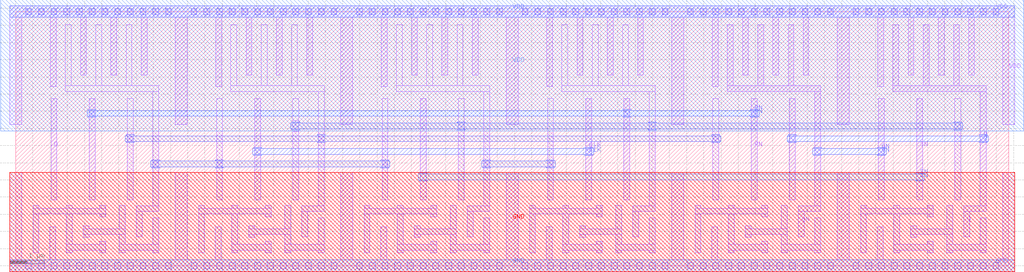
<source format=lef>
VERSION 5.7 ;
  NOWIREEXTENSIONATPIN ON ;
  DIVIDERCHAR "/" ;
  BUSBITCHARS "[]" ;
MACRO DFFSNRNX1
  CLASS CORE ;
  FOREIGN DFFSNRNX1 ;
  ORIGIN 0.000 0.000 ;
  SIZE 28.860 BY 7.400 ;
  SYMMETRY X Y R90 ;
  SITE unitrh ;
  PIN Q
    DIRECTION OUTPUT ;
    USE SIGNAL ;
    ANTENNAGATEAREA 1.027250 ;
    ANTENNADIFFAREA 1.931900 ;
    PORT
      LAYER li1 ;
        RECT 25.495 5.240 25.665 7.020 ;
        RECT 26.375 5.240 26.545 7.020 ;
        RECT 27.255 5.240 27.425 7.020 ;
        RECT 25.495 5.070 28.205 5.240 ;
        RECT 22.485 1.915 22.655 4.865 ;
        RECT 28.035 1.750 28.205 5.070 ;
        RECT 27.550 1.580 28.205 1.750 ;
        RECT 27.550 0.845 27.720 1.580 ;
      LAYER mcon ;
        RECT 22.485 3.615 22.655 3.785 ;
        RECT 28.035 3.615 28.205 3.785 ;
      LAYER met1 ;
        RECT 22.455 3.785 22.685 3.815 ;
        RECT 28.005 3.785 28.235 3.815 ;
        RECT 22.425 3.615 28.265 3.785 ;
        RECT 22.455 3.585 22.685 3.615 ;
        RECT 28.005 3.585 28.235 3.615 ;
    END
  END Q
  PIN QN
    DIRECTION OUTPUT ;
    USE SIGNAL ;
    ANTENNAGATEAREA 1.033250 ;
    ANTENNADIFFAREA 1.931900 ;
    PORT
      LAYER li1 ;
        RECT 20.685 5.240 20.855 7.020 ;
        RECT 21.565 5.240 21.735 7.020 ;
        RECT 22.445 5.240 22.615 7.020 ;
        RECT 20.685 5.070 23.395 5.240 ;
        RECT 23.225 1.750 23.395 5.070 ;
        RECT 25.075 1.915 25.245 4.865 ;
        RECT 22.740 1.580 23.395 1.750 ;
        RECT 22.740 0.845 22.910 1.580 ;
      LAYER mcon ;
        RECT 23.225 3.245 23.395 3.415 ;
        RECT 25.075 3.245 25.245 3.415 ;
      LAYER met1 ;
        RECT 23.195 3.415 23.425 3.445 ;
        RECT 25.045 3.415 25.275 3.445 ;
        RECT 23.165 3.245 25.305 3.415 ;
        RECT 23.195 3.215 23.425 3.245 ;
        RECT 25.045 3.215 25.275 3.245 ;
    END
  END QN
  PIN D
    DIRECTION INPUT ;
    USE SIGNAL ;
    ANTENNAGATEAREA 1.033250 ;
    PORT
      LAYER li1 ;
        RECT 1.025 1.915 1.195 4.865 ;
    END
  END D
  PIN CLK
    DIRECTION INPUT ;
    USE SIGNAL ;
    ANTENNAGATEAREA 2.029700 ;
    PORT
      LAYER li1 ;
        RECT 6.945 1.915 7.115 4.865 ;
        RECT 16.565 1.915 16.735 4.865 ;
      LAYER mcon ;
        RECT 6.945 3.245 7.115 3.415 ;
        RECT 16.565 3.245 16.735 3.415 ;
      LAYER met1 ;
        RECT 6.915 3.415 7.145 3.445 ;
        RECT 16.535 3.415 16.765 3.445 ;
        RECT 6.885 3.245 16.795 3.415 ;
        RECT 6.915 3.215 7.145 3.245 ;
        RECT 16.535 3.215 16.765 3.245 ;
    END
  END CLK
  PIN SN
    DIRECTION INPUT ;
    USE SIGNAL ;
    ANTENNAGATEAREA 2.029700 ;
    PORT
      LAYER li1 ;
        RECT 11.755 1.915 11.925 4.865 ;
        RECT 26.185 1.915 26.355 4.865 ;
      LAYER mcon ;
        RECT 11.755 2.505 11.925 2.675 ;
        RECT 26.185 2.505 26.355 2.675 ;
      LAYER met1 ;
        RECT 11.725 2.675 11.955 2.705 ;
        RECT 26.155 2.675 26.385 2.705 ;
        RECT 11.695 2.505 26.415 2.675 ;
        RECT 11.725 2.475 11.955 2.505 ;
        RECT 26.155 2.475 26.385 2.505 ;
    END
  END SN
  PIN RN
    DIRECTION INPUT ;
    USE SIGNAL ;
    ANTENNAGATEAREA 3.056950 ;
    PORT
      LAYER li1 ;
        RECT 2.135 1.915 2.305 4.865 ;
        RECT 17.675 1.915 17.845 4.865 ;
        RECT 21.375 1.915 21.545 4.865 ;
      LAYER mcon ;
        RECT 2.135 4.355 2.305 4.525 ;
        RECT 17.675 4.355 17.845 4.525 ;
        RECT 21.375 4.355 21.545 4.525 ;
      LAYER met1 ;
        RECT 2.105 4.525 2.335 4.555 ;
        RECT 17.645 4.525 17.875 4.555 ;
        RECT 21.345 4.525 21.575 4.555 ;
        RECT 2.075 4.355 21.605 4.525 ;
        RECT 2.105 4.325 2.335 4.355 ;
        RECT 17.645 4.325 17.875 4.355 ;
        RECT 21.345 4.325 21.575 4.355 ;
    END
  END RN
  PIN VDD
    DIRECTION INOUT ;
    USE POWER ;
    SHAPE ABUTMENT ;
    PORT
      LAYER nwell ;
        RECT -0.435 3.930 29.295 7.750 ;
      LAYER li1 ;
        RECT -0.170 7.230 29.030 7.570 ;
        RECT -0.170 4.110 0.170 7.230 ;
        RECT 1.005 5.215 1.175 7.230 ;
        RECT 1.885 5.555 2.055 7.230 ;
        RECT 2.765 5.555 2.935 7.230 ;
        RECT 3.645 5.555 3.815 7.230 ;
        RECT 4.640 4.110 4.980 7.230 ;
        RECT 5.815 5.215 5.985 7.230 ;
        RECT 6.695 5.555 6.865 7.230 ;
        RECT 7.575 5.555 7.745 7.230 ;
        RECT 8.455 5.555 8.625 7.230 ;
        RECT 9.450 4.110 9.790 7.230 ;
        RECT 10.625 5.215 10.795 7.230 ;
        RECT 11.505 5.555 11.675 7.230 ;
        RECT 12.385 5.555 12.555 7.230 ;
        RECT 13.265 5.555 13.435 7.230 ;
        RECT 14.260 4.110 14.600 7.230 ;
        RECT 15.435 5.215 15.605 7.230 ;
        RECT 16.315 5.555 16.485 7.230 ;
        RECT 17.195 5.555 17.365 7.230 ;
        RECT 18.075 5.555 18.245 7.230 ;
        RECT 19.070 4.110 19.410 7.230 ;
        RECT 20.245 5.215 20.415 7.230 ;
        RECT 21.125 5.555 21.295 7.230 ;
        RECT 22.005 5.555 22.175 7.230 ;
        RECT 22.885 5.555 23.055 7.230 ;
        RECT 23.880 4.110 24.220 7.230 ;
        RECT 25.055 5.215 25.225 7.230 ;
        RECT 25.935 5.555 26.105 7.230 ;
        RECT 26.815 5.555 26.985 7.230 ;
        RECT 27.695 5.555 27.865 7.230 ;
        RECT 28.690 4.110 29.030 7.230 ;
      LAYER mcon ;
        RECT 0.285 7.315 0.455 7.485 ;
        RECT 0.655 7.315 0.825 7.485 ;
        RECT 1.025 7.315 1.195 7.485 ;
        RECT 1.395 7.315 1.565 7.485 ;
        RECT 1.765 7.315 1.935 7.485 ;
        RECT 2.135 7.315 2.305 7.485 ;
        RECT 2.505 7.315 2.675 7.485 ;
        RECT 2.875 7.315 3.045 7.485 ;
        RECT 3.245 7.315 3.415 7.485 ;
        RECT 3.615 7.315 3.785 7.485 ;
        RECT 3.985 7.315 4.155 7.485 ;
        RECT 4.355 7.315 4.525 7.485 ;
        RECT 5.095 7.315 5.265 7.485 ;
        RECT 5.465 7.315 5.635 7.485 ;
        RECT 5.835 7.315 6.005 7.485 ;
        RECT 6.205 7.315 6.375 7.485 ;
        RECT 6.575 7.315 6.745 7.485 ;
        RECT 6.945 7.315 7.115 7.485 ;
        RECT 7.315 7.315 7.485 7.485 ;
        RECT 7.685 7.315 7.855 7.485 ;
        RECT 8.055 7.315 8.225 7.485 ;
        RECT 8.425 7.315 8.595 7.485 ;
        RECT 8.795 7.315 8.965 7.485 ;
        RECT 9.165 7.315 9.335 7.485 ;
        RECT 9.905 7.315 10.075 7.485 ;
        RECT 10.275 7.315 10.445 7.485 ;
        RECT 10.645 7.315 10.815 7.485 ;
        RECT 11.015 7.315 11.185 7.485 ;
        RECT 11.385 7.315 11.555 7.485 ;
        RECT 11.755 7.315 11.925 7.485 ;
        RECT 12.125 7.315 12.295 7.485 ;
        RECT 12.495 7.315 12.665 7.485 ;
        RECT 12.865 7.315 13.035 7.485 ;
        RECT 13.235 7.315 13.405 7.485 ;
        RECT 13.605 7.315 13.775 7.485 ;
        RECT 13.975 7.315 14.145 7.485 ;
        RECT 14.715 7.315 14.885 7.485 ;
        RECT 15.085 7.315 15.255 7.485 ;
        RECT 15.455 7.315 15.625 7.485 ;
        RECT 15.825 7.315 15.995 7.485 ;
        RECT 16.195 7.315 16.365 7.485 ;
        RECT 16.565 7.315 16.735 7.485 ;
        RECT 16.935 7.315 17.105 7.485 ;
        RECT 17.305 7.315 17.475 7.485 ;
        RECT 17.675 7.315 17.845 7.485 ;
        RECT 18.045 7.315 18.215 7.485 ;
        RECT 18.415 7.315 18.585 7.485 ;
        RECT 18.785 7.315 18.955 7.485 ;
        RECT 19.525 7.315 19.695 7.485 ;
        RECT 19.895 7.315 20.065 7.485 ;
        RECT 20.265 7.315 20.435 7.485 ;
        RECT 20.635 7.315 20.805 7.485 ;
        RECT 21.005 7.315 21.175 7.485 ;
        RECT 21.375 7.315 21.545 7.485 ;
        RECT 21.745 7.315 21.915 7.485 ;
        RECT 22.115 7.315 22.285 7.485 ;
        RECT 22.485 7.315 22.655 7.485 ;
        RECT 22.855 7.315 23.025 7.485 ;
        RECT 23.225 7.315 23.395 7.485 ;
        RECT 23.595 7.315 23.765 7.485 ;
        RECT 24.335 7.315 24.505 7.485 ;
        RECT 24.705 7.315 24.875 7.485 ;
        RECT 25.075 7.315 25.245 7.485 ;
        RECT 25.445 7.315 25.615 7.485 ;
        RECT 25.815 7.315 25.985 7.485 ;
        RECT 26.185 7.315 26.355 7.485 ;
        RECT 26.555 7.315 26.725 7.485 ;
        RECT 26.925 7.315 27.095 7.485 ;
        RECT 27.295 7.315 27.465 7.485 ;
        RECT 27.665 7.315 27.835 7.485 ;
        RECT 28.035 7.315 28.205 7.485 ;
        RECT 28.405 7.315 28.575 7.485 ;
      LAYER met1 ;
        RECT -0.170 7.230 29.030 7.570 ;
    END
  END VDD
  PIN GND
    DIRECTION INOUT ;
    USE GROUND ;
    SHAPE ABUTMENT ;
    PORT
      LAYER pwell ;
        RECT -0.170 -0.170 29.030 2.720 ;
      LAYER li1 ;
        RECT -0.170 0.170 0.170 2.720 ;
        RECT 0.990 0.170 1.160 1.130 ;
        RECT 4.640 0.170 4.980 2.720 ;
        RECT 5.800 0.170 5.970 1.130 ;
        RECT 9.450 0.170 9.790 2.720 ;
        RECT 10.610 0.170 10.780 1.130 ;
        RECT 14.260 0.170 14.600 2.720 ;
        RECT 15.420 0.170 15.590 1.130 ;
        RECT 19.070 0.170 19.410 2.720 ;
        RECT 20.230 0.170 20.400 1.130 ;
        RECT 23.880 0.170 24.220 2.720 ;
        RECT 25.040 0.170 25.210 1.130 ;
        RECT 28.690 0.170 29.030 2.720 ;
        RECT -0.170 -0.170 29.030 0.170 ;
      LAYER mcon ;
        RECT 0.285 -0.085 0.455 0.085 ;
        RECT 0.655 -0.085 0.825 0.085 ;
        RECT 1.025 -0.085 1.195 0.085 ;
        RECT 1.395 -0.085 1.565 0.085 ;
        RECT 1.765 -0.085 1.935 0.085 ;
        RECT 2.135 -0.085 2.305 0.085 ;
        RECT 2.505 -0.085 2.675 0.085 ;
        RECT 2.875 -0.085 3.045 0.085 ;
        RECT 3.245 -0.085 3.415 0.085 ;
        RECT 3.615 -0.085 3.785 0.085 ;
        RECT 3.985 -0.085 4.155 0.085 ;
        RECT 4.355 -0.085 4.525 0.085 ;
        RECT 5.095 -0.085 5.265 0.085 ;
        RECT 5.465 -0.085 5.635 0.085 ;
        RECT 5.835 -0.085 6.005 0.085 ;
        RECT 6.205 -0.085 6.375 0.085 ;
        RECT 6.575 -0.085 6.745 0.085 ;
        RECT 6.945 -0.085 7.115 0.085 ;
        RECT 7.315 -0.085 7.485 0.085 ;
        RECT 7.685 -0.085 7.855 0.085 ;
        RECT 8.055 -0.085 8.225 0.085 ;
        RECT 8.425 -0.085 8.595 0.085 ;
        RECT 8.795 -0.085 8.965 0.085 ;
        RECT 9.165 -0.085 9.335 0.085 ;
        RECT 9.905 -0.085 10.075 0.085 ;
        RECT 10.275 -0.085 10.445 0.085 ;
        RECT 10.645 -0.085 10.815 0.085 ;
        RECT 11.015 -0.085 11.185 0.085 ;
        RECT 11.385 -0.085 11.555 0.085 ;
        RECT 11.755 -0.085 11.925 0.085 ;
        RECT 12.125 -0.085 12.295 0.085 ;
        RECT 12.495 -0.085 12.665 0.085 ;
        RECT 12.865 -0.085 13.035 0.085 ;
        RECT 13.235 -0.085 13.405 0.085 ;
        RECT 13.605 -0.085 13.775 0.085 ;
        RECT 13.975 -0.085 14.145 0.085 ;
        RECT 14.715 -0.085 14.885 0.085 ;
        RECT 15.085 -0.085 15.255 0.085 ;
        RECT 15.455 -0.085 15.625 0.085 ;
        RECT 15.825 -0.085 15.995 0.085 ;
        RECT 16.195 -0.085 16.365 0.085 ;
        RECT 16.565 -0.085 16.735 0.085 ;
        RECT 16.935 -0.085 17.105 0.085 ;
        RECT 17.305 -0.085 17.475 0.085 ;
        RECT 17.675 -0.085 17.845 0.085 ;
        RECT 18.045 -0.085 18.215 0.085 ;
        RECT 18.415 -0.085 18.585 0.085 ;
        RECT 18.785 -0.085 18.955 0.085 ;
        RECT 19.525 -0.085 19.695 0.085 ;
        RECT 19.895 -0.085 20.065 0.085 ;
        RECT 20.265 -0.085 20.435 0.085 ;
        RECT 20.635 -0.085 20.805 0.085 ;
        RECT 21.005 -0.085 21.175 0.085 ;
        RECT 21.375 -0.085 21.545 0.085 ;
        RECT 21.745 -0.085 21.915 0.085 ;
        RECT 22.115 -0.085 22.285 0.085 ;
        RECT 22.485 -0.085 22.655 0.085 ;
        RECT 22.855 -0.085 23.025 0.085 ;
        RECT 23.225 -0.085 23.395 0.085 ;
        RECT 23.595 -0.085 23.765 0.085 ;
        RECT 24.335 -0.085 24.505 0.085 ;
        RECT 24.705 -0.085 24.875 0.085 ;
        RECT 25.075 -0.085 25.245 0.085 ;
        RECT 25.445 -0.085 25.615 0.085 ;
        RECT 25.815 -0.085 25.985 0.085 ;
        RECT 26.185 -0.085 26.355 0.085 ;
        RECT 26.555 -0.085 26.725 0.085 ;
        RECT 26.925 -0.085 27.095 0.085 ;
        RECT 27.295 -0.085 27.465 0.085 ;
        RECT 27.665 -0.085 27.835 0.085 ;
        RECT 28.035 -0.085 28.205 0.085 ;
        RECT 28.405 -0.085 28.575 0.085 ;
      LAYER met1 ;
        RECT -0.170 -0.170 29.030 0.170 ;
    END
  END GND
  OBS
      LAYER li1 ;
        RECT 1.445 5.240 1.615 7.020 ;
        RECT 2.325 5.240 2.495 7.020 ;
        RECT 3.205 5.240 3.375 7.020 ;
        RECT 6.255 5.240 6.425 7.020 ;
        RECT 7.135 5.240 7.305 7.020 ;
        RECT 8.015 5.240 8.185 7.020 ;
        RECT 11.065 5.240 11.235 7.020 ;
        RECT 11.945 5.240 12.115 7.020 ;
        RECT 12.825 5.240 12.995 7.020 ;
        RECT 15.875 5.240 16.045 7.020 ;
        RECT 16.755 5.240 16.925 7.020 ;
        RECT 17.635 5.240 17.805 7.020 ;
        RECT 1.445 5.070 4.155 5.240 ;
        RECT 6.255 5.070 8.965 5.240 ;
        RECT 11.065 5.070 13.775 5.240 ;
        RECT 15.875 5.070 18.585 5.240 ;
        RECT 3.245 1.915 3.415 4.865 ;
        RECT 0.505 1.675 0.675 1.755 ;
        RECT 1.475 1.675 1.645 1.755 ;
        RECT 2.445 1.675 2.615 1.755 ;
        RECT 0.505 1.505 2.615 1.675 ;
        RECT 0.505 0.375 0.675 1.505 ;
        RECT 1.475 0.625 1.645 1.505 ;
        RECT 2.445 1.425 2.615 1.505 ;
        RECT 1.965 1.080 2.135 1.160 ;
        RECT 3.015 1.080 3.185 1.755 ;
        RECT 3.985 1.750 4.155 5.070 ;
        RECT 5.835 1.915 6.005 4.865 ;
        RECT 8.055 4.235 8.225 4.865 ;
        RECT 8.050 3.905 8.225 4.235 ;
        RECT 8.055 1.915 8.225 3.905 ;
        RECT 1.965 0.910 3.185 1.080 ;
        RECT 1.965 0.830 2.135 0.910 ;
        RECT 2.445 0.625 2.615 0.705 ;
        RECT 1.475 0.455 2.615 0.625 ;
        RECT 1.475 0.375 1.645 0.455 ;
        RECT 2.445 0.375 2.615 0.455 ;
        RECT 3.015 0.625 3.185 0.910 ;
        RECT 3.500 1.580 4.155 1.750 ;
        RECT 5.315 1.675 5.485 1.755 ;
        RECT 6.285 1.675 6.455 1.755 ;
        RECT 7.255 1.675 7.425 1.755 ;
        RECT 3.500 0.845 3.670 1.580 ;
        RECT 5.315 1.505 7.425 1.675 ;
        RECT 3.985 0.625 4.155 1.395 ;
        RECT 3.015 0.455 4.155 0.625 ;
        RECT 3.015 0.375 3.185 0.455 ;
        RECT 3.985 0.375 4.155 0.455 ;
        RECT 5.315 0.375 5.485 1.505 ;
        RECT 6.285 0.625 6.455 1.505 ;
        RECT 7.255 1.425 7.425 1.505 ;
        RECT 6.775 1.080 6.945 1.160 ;
        RECT 7.825 1.080 7.995 1.755 ;
        RECT 8.795 1.750 8.965 5.070 ;
        RECT 10.645 1.915 10.815 4.865 ;
        RECT 12.865 1.915 13.035 4.865 ;
        RECT 6.775 0.910 7.995 1.080 ;
        RECT 6.775 0.830 6.945 0.910 ;
        RECT 7.255 0.625 7.425 0.705 ;
        RECT 6.285 0.455 7.425 0.625 ;
        RECT 6.285 0.375 6.455 0.455 ;
        RECT 7.255 0.375 7.425 0.455 ;
        RECT 7.825 0.625 7.995 0.910 ;
        RECT 8.310 1.580 8.965 1.750 ;
        RECT 10.125 1.675 10.295 1.755 ;
        RECT 11.095 1.675 11.265 1.755 ;
        RECT 12.065 1.675 12.235 1.755 ;
        RECT 8.310 0.845 8.480 1.580 ;
        RECT 10.125 1.505 12.235 1.675 ;
        RECT 8.795 0.625 8.965 1.395 ;
        RECT 7.825 0.455 8.965 0.625 ;
        RECT 7.825 0.375 7.995 0.455 ;
        RECT 8.795 0.375 8.965 0.455 ;
        RECT 10.125 0.375 10.295 1.505 ;
        RECT 11.095 0.625 11.265 1.505 ;
        RECT 12.065 1.425 12.235 1.505 ;
        RECT 11.585 1.080 11.755 1.160 ;
        RECT 12.635 1.080 12.805 1.755 ;
        RECT 13.605 1.750 13.775 5.070 ;
        RECT 15.455 1.915 15.625 4.865 ;
        RECT 11.585 0.910 12.805 1.080 ;
        RECT 11.585 0.830 11.755 0.910 ;
        RECT 12.065 0.625 12.235 0.705 ;
        RECT 11.095 0.455 12.235 0.625 ;
        RECT 11.095 0.375 11.265 0.455 ;
        RECT 12.065 0.375 12.235 0.455 ;
        RECT 12.635 0.625 12.805 0.910 ;
        RECT 13.120 1.580 13.775 1.750 ;
        RECT 14.935 1.675 15.105 1.755 ;
        RECT 15.905 1.675 16.075 1.755 ;
        RECT 16.875 1.675 17.045 1.755 ;
        RECT 13.120 0.845 13.290 1.580 ;
        RECT 14.935 1.505 17.045 1.675 ;
        RECT 13.605 0.625 13.775 1.395 ;
        RECT 12.635 0.455 13.775 0.625 ;
        RECT 12.635 0.375 12.805 0.455 ;
        RECT 13.605 0.375 13.775 0.455 ;
        RECT 14.935 0.375 15.105 1.505 ;
        RECT 15.905 0.625 16.075 1.505 ;
        RECT 16.875 1.425 17.045 1.505 ;
        RECT 16.395 1.080 16.565 1.160 ;
        RECT 17.445 1.080 17.615 1.755 ;
        RECT 18.415 1.750 18.585 5.070 ;
        RECT 20.265 1.915 20.435 4.865 ;
        RECT 27.295 1.915 27.465 4.865 ;
        RECT 16.395 0.910 17.615 1.080 ;
        RECT 16.395 0.830 16.565 0.910 ;
        RECT 16.875 0.625 17.045 0.705 ;
        RECT 15.905 0.455 17.045 0.625 ;
        RECT 15.905 0.375 16.075 0.455 ;
        RECT 16.875 0.375 17.045 0.455 ;
        RECT 17.445 0.625 17.615 0.910 ;
        RECT 17.930 1.580 18.585 1.750 ;
        RECT 19.745 1.675 19.915 1.755 ;
        RECT 20.715 1.675 20.885 1.755 ;
        RECT 21.685 1.675 21.855 1.755 ;
        RECT 17.930 0.845 18.100 1.580 ;
        RECT 19.745 1.505 21.855 1.675 ;
        RECT 18.415 0.625 18.585 1.395 ;
        RECT 17.445 0.455 18.585 0.625 ;
        RECT 17.445 0.375 17.615 0.455 ;
        RECT 18.415 0.375 18.585 0.455 ;
        RECT 19.745 0.375 19.915 1.505 ;
        RECT 20.715 0.625 20.885 1.505 ;
        RECT 21.685 1.425 21.855 1.505 ;
        RECT 21.205 1.080 21.375 1.160 ;
        RECT 22.255 1.080 22.425 1.755 ;
        RECT 24.555 1.675 24.725 1.755 ;
        RECT 25.525 1.675 25.695 1.755 ;
        RECT 26.495 1.675 26.665 1.755 ;
        RECT 24.555 1.505 26.665 1.675 ;
        RECT 21.205 0.910 22.425 1.080 ;
        RECT 21.205 0.830 21.375 0.910 ;
        RECT 21.685 0.625 21.855 0.705 ;
        RECT 20.715 0.455 21.855 0.625 ;
        RECT 20.715 0.375 20.885 0.455 ;
        RECT 21.685 0.375 21.855 0.455 ;
        RECT 22.255 0.625 22.425 0.910 ;
        RECT 23.225 0.625 23.395 1.395 ;
        RECT 22.255 0.455 23.395 0.625 ;
        RECT 22.255 0.375 22.425 0.455 ;
        RECT 23.225 0.375 23.395 0.455 ;
        RECT 24.555 0.375 24.725 1.505 ;
        RECT 25.525 0.625 25.695 1.505 ;
        RECT 26.495 1.425 26.665 1.505 ;
        RECT 26.015 1.080 26.185 1.160 ;
        RECT 27.065 1.080 27.235 1.755 ;
        RECT 26.015 0.910 27.235 1.080 ;
        RECT 26.015 0.830 26.185 0.910 ;
        RECT 26.495 0.625 26.665 0.705 ;
        RECT 25.525 0.455 26.665 0.625 ;
        RECT 25.525 0.375 25.695 0.455 ;
        RECT 26.495 0.375 26.665 0.455 ;
        RECT 27.065 0.625 27.235 0.910 ;
        RECT 28.035 0.625 28.205 1.395 ;
        RECT 27.065 0.455 28.205 0.625 ;
        RECT 27.065 0.375 27.235 0.455 ;
        RECT 28.035 0.375 28.205 0.455 ;
      LAYER mcon ;
        RECT 3.245 3.615 3.415 3.785 ;
        RECT 3.985 2.880 4.155 3.050 ;
        RECT 8.050 3.985 8.220 4.155 ;
        RECT 5.835 2.880 6.005 3.050 ;
        RECT 8.795 3.615 8.965 3.785 ;
        RECT 10.645 2.880 10.815 3.050 ;
        RECT 12.865 3.985 13.035 4.155 ;
        RECT 13.605 2.875 13.775 3.045 ;
        RECT 15.455 2.875 15.625 3.045 ;
        RECT 18.415 3.985 18.585 4.155 ;
        RECT 20.265 3.615 20.435 3.785 ;
        RECT 27.295 3.985 27.465 4.155 ;
      LAYER met1 ;
        RECT 8.020 4.155 8.250 4.185 ;
        RECT 12.835 4.155 13.065 4.185 ;
        RECT 18.385 4.155 18.615 4.185 ;
        RECT 27.265 4.155 27.495 4.185 ;
        RECT 7.990 3.985 27.525 4.155 ;
        RECT 8.020 3.955 8.250 3.985 ;
        RECT 12.835 3.955 13.065 3.985 ;
        RECT 18.385 3.955 18.615 3.985 ;
        RECT 27.265 3.955 27.495 3.985 ;
        RECT 3.215 3.785 3.445 3.815 ;
        RECT 8.765 3.785 8.995 3.815 ;
        RECT 20.235 3.785 20.465 3.815 ;
        RECT 3.185 3.615 20.495 3.785 ;
        RECT 3.215 3.585 3.445 3.615 ;
        RECT 8.765 3.585 8.995 3.615 ;
        RECT 20.235 3.585 20.465 3.615 ;
        RECT 3.955 3.050 4.185 3.080 ;
        RECT 5.805 3.050 6.035 3.080 ;
        RECT 10.615 3.050 10.845 3.080 ;
        RECT 3.925 2.880 10.875 3.050 ;
        RECT 13.575 3.045 13.805 3.075 ;
        RECT 15.425 3.045 15.655 3.075 ;
        RECT 3.955 2.850 4.185 2.880 ;
        RECT 5.805 2.850 6.035 2.880 ;
        RECT 10.615 2.850 10.845 2.880 ;
        RECT 13.545 2.875 15.685 3.045 ;
        RECT 13.575 2.845 13.805 2.875 ;
        RECT 15.425 2.845 15.655 2.875 ;
  END
END DFFSNRNX1
END LIBRARY


</source>
